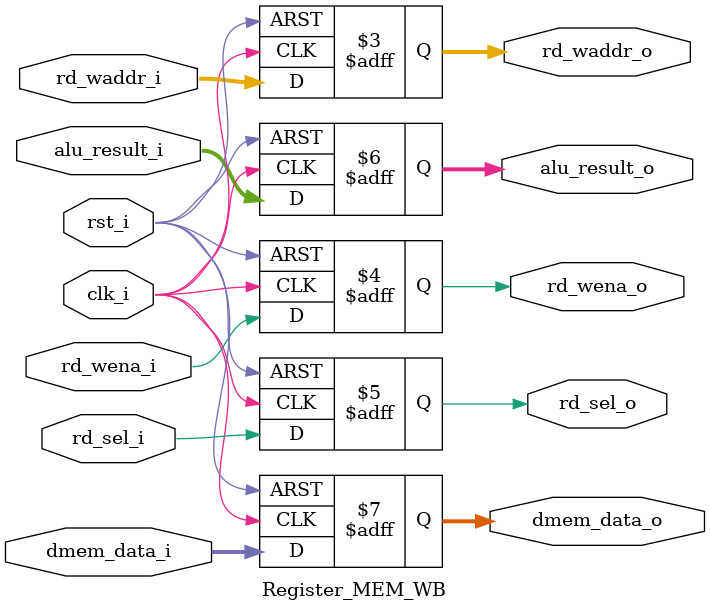
<source format=v>
`timescale 1ns / 1ps

module Register_MEM_WB (
    input  wire        clk_i,
    input  wire        rst_i,
    input  wire [4:0]  rd_waddr_i,
    input  wire        rd_sel_i,
    input  wire        rd_wena_i,
    input  wire [31:0] alu_result_i,
    input  wire [31:0] dmem_data_i,
    
    output reg  [4:0]  rd_waddr_o,
    output reg         rd_wena_o,
    output reg         rd_sel_o,
    output reg  [31:0] alu_result_o,
    output reg  [31:0] dmem_data_o
);

    always @(posedge clk_i or posedge rst_i) begin
        if (rst_i == 1'b1) begin
            rd_waddr_o   <= 5'b0;
            rd_sel_o     <= 1'b0;
            rd_wena_o    <= 1'b0;
            alu_result_o <= 32'b0;
            dmem_data_o  <= 32'b0;
        end 
        else begin
            rd_waddr_o   <= rd_waddr_i;
            rd_sel_o     <= rd_sel_i;
            rd_wena_o    <= rd_wena_i;
            alu_result_o <= alu_result_i;
            dmem_data_o  <= dmem_data_i;
        end
    end

endmodule

</source>
